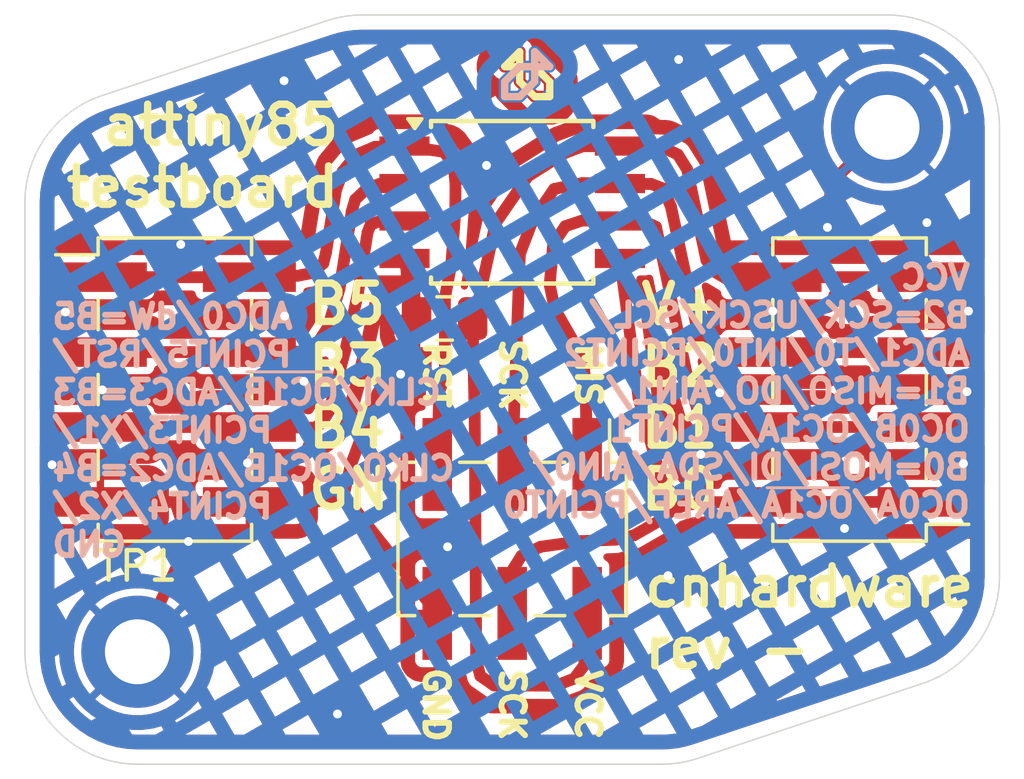
<source format=kicad_pcb>
(kicad_pcb (version 20240108) (generator "pcbnew") (generator_version "8.0")
  (layers (0 "F.Cu" signal) (31 "B.Cu" signal) (34 "B.Paste" user) (35 "F.Paste" user) (36 "B.SilkS" user "B.Silkscreen") (37 "F.SilkS" user "F.Silkscreen") (38 "B.Mask" user) (39 "F.Mask" user) (44 "Edge.Cuts" user))
  (net 0 "")
  (net 1 "VCC")
  (net 2 "GND")
  (net 3 "RST")
  (net 4 "PB4")
  (net 5 "PB3")
  (net 6 "MOSI")
  (net 7 "MISO")
  (net 8 "PB2")
  (footprint "Connector_PinHeader_2.54mm:PinHeader_2x04_P2.54mm_Vertical_SMD" (layer "F.Cu") (at 50.8 58.42)
    (property "Reference" "J1" (hide yes))
    (property "Value" "CB")
    (fp_line (start -4.04 -4.57) (end -2.6 -4.57) (stroke (width 0.12)) (layer "F.SilkS"))
    (fp_line (start -2.6 -5.14) (end -2.6 -4.57) (stroke (width 0.12)) (layer "F.SilkS"))
    (fp_line (start -2.6 -5.14) (end 2.6 -5.14) (stroke (width 0.12)) (layer "F.SilkS"))
    (fp_line (start -2.6 -3.05) (end -2.6 -2.03) (stroke (width 0.12)) (layer "F.SilkS"))
    (fp_line (start -2.6 -0.51) (end -2.6 0.51) (stroke (width 0.12)) (layer "F.SilkS"))
    (fp_line (start -2.6 2.03) (end -2.6 3.05) (stroke (width 0.12)) (layer "F.SilkS"))
    (fp_line (start -2.6 4.57) (end -2.6 5.14) (stroke (width 0.12)) (layer "F.SilkS"))
    (fp_line (start -2.6 5.14) (end 2.6 5.14) (stroke (width 0.12)) (layer "F.SilkS"))
    (fp_line (start 2.6 -5.14) (end 2.6 -4.57) (stroke (width 0.12)) (layer "F.SilkS"))
    (fp_line (start 2.6 -3.05) (end 2.6 -2.03) (stroke (width 0.12)) (layer "F.SilkS"))
    (fp_line (start 2.6 -0.51) (end 2.6 0.51) (stroke (width 0.12)) (layer "F.SilkS"))
    (fp_line (start 2.6 2.03) (end 2.6 3.05) (stroke (width 0.12)) (layer "F.SilkS"))
    (fp_line (start 2.6 4.57) (end 2.6 5.14) (stroke (width 0.12)) (layer "F.SilkS"))
    (pad "1" smd rect (at -2.525 -3.81) (size 3.15 1) (layers "F.Cu" "F.Paste" "F.Mask") (net 3 "RST"))
    (pad "2" smd rect (at 2.525 -3.81) (size 3.15 1) (layers "F.Cu" "F.Paste" "F.Mask") (net 3 "RST"))
    (pad "3" smd rect (at -2.525 -1.27) (size 3.15 1) (layers "F.Cu" "F.Paste" "F.Mask") (net 5 "PB3"))
    (pad "4" smd rect (at 2.525 -1.27) (size 3.15 1) (layers "F.Cu" "F.Paste" "F.Mask") (net 5 "PB3"))
    (pad "5" smd rect (at -2.525 1.27) (size 3.15 1) (layers "F.Cu" "F.Paste" "F.Mask") (net 4 "PB4"))
    (pad "6" smd rect (at 2.525 1.27) (size 3.15 1) (layers "F.Cu" "F.Paste" "F.Mask") (net 4 "PB4"))
    (pad "7" smd rect (at -2.525 3.81) (size 3.15 1) (layers "F.Cu" "F.Paste" "F.Mask") (net 2 "GND"))
    (pad "8" smd rect (at 2.525 3.81) (size 3.15 1) (layers "F.Cu" "F.Paste" "F.Mask") (net 2 "GND"))
  )
  (footprint "MountingHole:MountingHole_2.2mm_M2_DIN965_Pad" (layer "F.Cu") (at 74.93 49.53)
    (property "Reference" "TP2" (hide yes))
    (property "Value" "TestPoint")
    (pad "1" thru_hole circle (at 0 0) (size 3.8 3.8) (drill 2.2) (layers "*.Cu" "*.Mask") (net 2 "GND"))
  )
  (footprint "MountingHole:MountingHole_2.2mm_M2_DIN965_Pad" (layer "F.Cu") (at 49.53 67.31)
    (property "Reference" "TP1" (at 0 -2.9 0) (layer "F.SilkS"))
    (property "Value" "TestPoint")
    (pad "1" thru_hole circle (at 0 0) (size 3.8 3.8) (drill 2.2) (layers "*.Cu" "*.Mask") (net 2 "GND"))
  )
  (footprint "Connector_PinHeader_2.54mm:PinHeader_2x04_P2.54mm_Vertical_SMD" (layer "F.Cu") (at 73.66 58.42 180)
    (property "Reference" "J3" (hide yes))
    (property "Value" "CB")
    (fp_line (start 2.6 4.57) (end 2.6 5.14) (stroke (width 0.12)) (layer "F.SilkS"))
    (fp_line (start 2.6 2.03) (end 2.6 3.05) (stroke (width 0.12)) (layer "F.SilkS"))
    (fp_line (start 2.6 -0.51) (end 2.6 0.51) (stroke (width 0.12)) (layer "F.SilkS"))
    (fp_line (start 2.6 -3.05) (end 2.6 -2.03) (stroke (width 0.12)) (layer "F.SilkS"))
    (fp_line (start 2.6 -5.14) (end 2.6 -4.57) (stroke (width 0.12)) (layer "F.SilkS"))
    (fp_line (start -2.6 5.14) (end 2.6 5.14) (stroke (width 0.12)) (layer "F.SilkS"))
    (fp_line (start -2.6 4.57) (end -2.6 5.14) (stroke (width 0.12)) (layer "F.SilkS"))
    (fp_line (start -2.6 2.03) (end -2.6 3.05) (stroke (width 0.12)) (layer "F.SilkS"))
    (fp_line (start -2.6 -0.51) (end -2.6 0.51) (stroke (width 0.12)) (layer "F.SilkS"))
    (fp_line (start -2.6 -3.05) (end -2.6 -2.03) (stroke (width 0.12)) (layer "F.SilkS"))
    (fp_line (start -2.6 -5.14) (end 2.6 -5.14) (stroke (width 0.12)) (layer "F.SilkS"))
    (fp_line (start -2.6 -5.14) (end -2.6 -4.57) (stroke (width 0.12)) (layer "F.SilkS"))
    (fp_line (start -4.04 -4.57) (end -2.6 -4.57) (stroke (width 0.12)) (layer "F.SilkS"))
    (pad "1" smd rect (at -2.525 -3.81 180) (size 3.15 1) (layers "F.Cu" "F.Paste" "F.Mask") (net 6 "MOSI"))
    (pad "2" smd rect (at 2.525 -3.81 180) (size 3.15 1) (layers "F.Cu" "F.Paste" "F.Mask") (net 6 "MOSI"))
    (pad "3" smd rect (at -2.525 -1.27 180) (size 3.15 1) (layers "F.Cu" "F.Paste" "F.Mask") (net 7 "MISO"))
    (pad "4" smd rect (at 2.525 -1.27 180) (size 3.15 1) (layers "F.Cu" "F.Paste" "F.Mask") (net 7 "MISO"))
    (pad "5" smd rect (at -2.525 1.27 180) (size 3.15 1) (layers "F.Cu" "F.Paste" "F.Mask") (net 8 "PB2"))
    (pad "6" smd rect (at 2.525 1.27 180) (size 3.15 1) (layers "F.Cu" "F.Paste" "F.Mask") (net 8 "PB2"))
    (pad "7" smd rect (at -2.525 3.81 180) (size 3.15 1) (layers "F.Cu" "F.Paste" "F.Mask") (net 1 "VCC"))
    (pad "8" smd rect (at 2.525 3.81 180) (size 3.15 1) (layers "F.Cu" "F.Paste" "F.Mask") (net 1 "VCC"))
  )
  (footprint "Package_SO:SOIC-8W_5.3x5.3mm_P1.27mm" (layer "F.Cu") (at 62.23 52.07)
    (property "Reference" "U1" (hide yes))
    (property "Value" "ATtiny85-20S")
    (fp_line (start -2.75 -2.755) (end -2.75 -2.55) (stroke (width 0.15)) (layer "F.SilkS"))
    (fp_line (start -2.75 -2.755) (end 2.75 -2.755) (stroke (width 0.15)) (layer "F.SilkS"))
    (fp_line (start -2.75 2.755) (end -2.75 2.55) (stroke (width 0.15)) (layer "F.SilkS"))
    (fp_line (start -2.75 2.755) (end 2.75 2.755) (stroke (width 0.15)) (layer "F.SilkS"))
    (fp_line (start 2.75 -2.755) (end 2.75 -2.55) (stroke (width 0.15)) (layer "F.SilkS"))
    (fp_line (start 2.75 2.755) (end 2.75 2.55) (stroke (width 0.15)) (layer "F.SilkS"))
    (fp_poly (pts (xy -3.3 -2.5) (xy -3.54 -2.83) (xy -3.06 -2.83) (xy -3.3 -2.5)) (stroke (width 0.12)) (fill solid) (layer "F.SilkS"))
    (pad "1" smd rect (at -3.65 -1.905) (size 1.7 0.65) (layers "F.Cu" "F.Paste" "F.Mask") (net 3 "RST"))
    (pad "2" smd rect (at -3.65 -0.635) (size 1.7 0.65) (layers "F.Cu" "F.Paste" "F.Mask") (net 5 "PB3"))
    (pad "3" smd rect (at -3.65 0.635) (size 1.7 0.65) (layers "F.Cu" "F.Paste" "F.Mask") (net 4 "PB4"))
    (pad "4" smd rect (at -3.65 1.905) (size 1.7 0.65) (layers "F.Cu" "F.Paste" "F.Mask") (net 2 "GND"))
    (pad "5" smd rect (at 3.65 1.905) (size 1.7 0.65) (layers "F.Cu" "F.Paste" "F.Mask") (net 6 "MOSI"))
    (pad "6" smd rect (at 3.65 0.635) (size 1.7 0.65) (layers "F.Cu" "F.Paste" "F.Mask") (net 7 "MISO"))
    (pad "7" smd rect (at 3.65 -0.635) (size 1.7 0.65) (layers "F.Cu" "F.Paste" "F.Mask") (net 8 "PB2"))
    (pad "8" smd rect (at 3.65 -1.905) (size 1.7 0.65) (layers "F.Cu" "F.Paste" "F.Mask") (net 1 "VCC"))
  )
  (footprint "Connector_PinHeader_2.54mm:PinHeader_2x03_P2.54mm_Vertical_SMD" (layer "F.Cu") (at 62.23 63.485 -90)
    (property "Reference" "J2" (hide yes))
    (property "Value" "ISP")
    (fp_line (start -2.6 3.87) (end 2.6 3.87) (stroke (width 0.12)) (layer "F.SilkS"))
    (fp_line (start -2.6 3.3) (end -2.6 3.87) (stroke (width 0.12)) (layer "F.SilkS"))
    (fp_line (start 2.6 3.3) (end 2.6 3.87) (stroke (width 0.12)) (layer "F.SilkS"))
    (fp_line (start -2.6 0.76) (end -2.6 1.78) (stroke (width 0.12)) (layer "F.SilkS"))
    (fp_line (start 2.6 0.76) (end 2.6 1.78) (stroke (width 0.12)) (layer "F.SilkS"))
    (fp_line (start -2.6 -1.78) (end -2.6 -0.76) (stroke (width 0.12)) (layer "F.SilkS"))
    (fp_line (start 2.6 -1.78) (end 2.6 -0.76) (stroke (width 0.12)) (layer "F.SilkS"))
    (fp_line (start -4.04 -3.3) (end -2.6 -3.3) (stroke (width 0.12)) (layer "F.SilkS"))
    (fp_line (start -2.6 -3.87) (end -2.6 -3.3) (stroke (width 0.12)) (layer "F.SilkS"))
    (fp_line (start -2.6 -3.87) (end 2.6 -3.87) (stroke (width 0.12)) (layer "F.SilkS"))
    (fp_line (start 2.6 -3.87) (end 2.6 -3.3) (stroke (width 0.12)) (layer "F.SilkS"))
    (pad "1" smd rect (at -2.525 -2.54 270) (size 3.15 1) (layers "F.Cu" "F.Paste" "F.Mask") (net 7 "MISO"))
    (pad "2" smd rect (at 2.525 -2.54 270) (size 3.15 1) (layers "F.Cu" "F.Paste" "F.Mask") (net 1 "VCC"))
    (pad "3" smd rect (at -2.525 0 270) (size 3.15 1) (layers "F.Cu" "F.Paste" "F.Mask") (net 8 "PB2"))
    (pad "4" smd rect (at 2.525 0 270) (size 3.15 1) (layers "F.Cu" "F.Paste" "F.Mask") (net 6 "MOSI"))
    (pad "5" smd rect (at -2.525 2.54 270) (size 3.15 1) (layers "F.Cu" "F.Paste" "F.Mask") (net 3 "RST"))
    (pad "6" smd rect (at 2.525 2.54 270) (size 3.15 1) (layers "F.Cu" "F.Paste" "F.Mask") (net 2 "GND"))
  )
  (footprint "Capacitor_SMD:C_0805_2012Metric" (layer "F.Cu") (at 59.94 56.01 180)
    (property "Reference" "C1" (hide yes))
    (property "Value" "1uF")
    (fp_line (start -0.261252 0.735) (end 0.261252 0.735) (stroke (width 0.12)) (layer "F.SilkS"))
    (fp_line (start -0.261252 -0.735) (end 0.261252 -0.735) (stroke (width 0.12)) (layer "F.SilkS"))
    (pad "1" smd roundrect (at -0.95 0 180) (size 1 1.45) (layers "F.Cu" "F.Paste" "F.Mask") (net 1 "VCC"))
    (pad "2" smd roundrect (at 0.95 0 180) (size 1 1.45) (layers "F.Cu" "F.Paste" "F.Mask") (net 2 "GND"))
  )
  (gr_line (start 61.976 47.9806) (end 62.484 47.4726) (stroke (width 0.25)) (layer "B.SilkS"))
  (gr_line (start 70.87 61.75) (end 73.62 61.75) (stroke (width 0.1)) (layer "B.SilkS"))
  (gr_line (start 63.5 47.4726) (end 62.992 46.9646) (stroke (width 0.25)) (layer "B.SilkS"))
  (gr_line (start 62.484 48.4886) (end 61.976 48.4886) (stroke (width 0.25)) (layer "B.SilkS"))
  (gr_line (start 62.484 47.4726) (end 63.5 47.4726) (stroke (width 0.25)) (layer "B.SilkS"))
  (gr_line (start 61.976 48.4886) (end 61.976 47.9806) (stroke (width 0.25)) (layer "B.SilkS"))
  (gr_line (start 62.992 47.9806) (end 62.484 48.4886) (stroke (width 0.25)) (layer "B.SilkS"))
  (gr_line (start 53.24 57.82) (end 56.13 57.82) (stroke (width 0.1)) (layer "B.SilkS"))
  (gr_line (start 62.992 46.9646) (end 62.992 47.9806) (stroke (width 0.25)) (layer "B.SilkS"))
  (gr_line (start 63.5 48.4886) (end 63.5 47.9806) (stroke (width 0.25)) (layer "F.SilkS"))
  (gr_line (start 63.5 47.9806) (end 62.992 47.4726) (stroke (width 0.25)) (layer "F.SilkS"))
  (gr_line (start 62.484 47.9806) (end 62.992 48.4886) (stroke (width 0.25)) (layer "F.SilkS"))
  (gr_line (start 62.992 47.4726) (end 61.976 47.4726) (stroke (width 0.25)) (layer "F.SilkS"))
  (gr_line (start 62.992 48.4886) (end 63.5 48.4886) (stroke (width 0.25)) (layer "F.SilkS"))
  (gr_line (start 61.976 47.4726) (end 62.484 46.9646) (stroke (width 0.25)) (layer "F.SilkS"))
  (gr_line (start 62.484 46.9646) (end 62.484 47.9806) (stroke (width 0.25)) (layer "F.SilkS"))
  (gr_line (start 48.325172 48.455517) (end 55.945172 45.915517) (stroke (width 0.05)) (layer "Edge.Cuts"))
  (gr_line (start 78.74 64.77) (end 78.74 49.53) (stroke (width 0.05)) (layer "Edge.Cuts"))
  (gr_arc (start 49.53 71.12) (mid 46.835923 70.004077) (end 45.72 67.31) (stroke (width 0.05)) (layer "Edge.Cuts"))
  (gr_line (start 45.72 52.07) (end 45.72 67.31) (stroke (width 0.05)) (layer "Edge.Cuts"))
  (gr_arc (start 78.74 64.77) (mid 78.020833 66.997746) (end 76.134828 68.384483) (stroke (width 0.05)) (layer "Edge.Cuts"))
  (gr_arc (start 45.72 52.07) (mid 46.439167 49.842254) (end 48.325172 48.455517) (stroke (width 0.05)) (layer "Edge.Cuts"))
  (gr_line (start 76.134828 68.384483) (end 68.514828 70.924483) (stroke (width 0.05)) (layer "Edge.Cuts"))
  (gr_arc (start 74.93 45.72) (mid 77.624077 46.835923) (end 78.74 49.53) (stroke (width 0.05)) (layer "Edge.Cuts"))
  (gr_arc (start 68.514828 70.924483) (mid 67.920294 71.070803) (end 67.31 71.12) (stroke (width 0.05)) (layer "Edge.Cuts"))
  (gr_line (start 67.31 71.12) (end 49.53 71.12) (stroke (width 0.05)) (layer "Edge.Cuts"))
  (gr_arc (start 55.945172 45.915517) (mid 56.539706 45.769197) (end 57.15 45.72) (stroke (width 0.05)) (layer "Edge.Cuts"))
  (gr_line (start 74.93 45.72) (end 57.15 45.72) (stroke (width 0.05)) (layer "Edge.Cuts"))
  (gr_text "VCC\nB2=SCK/USCK/SCL/\nADC1/T0/INT0/PCINT2\nB1=MISO/DO/AIN1/\nOC0B/OC1A/PCINT1\nB0=MOSI/DI/SDA/AIN0/\nOC0A/OC1A/AREF/PCINT0" (at 77.84 62.81 0) (layer "B.SilkS") (effects (font (size 0.8 0.8) (thickness 0.2) (bold yes)) (justify left bottom mirror)))
  (gr_text "ADC0/dW=B5\nPCINT5/RST/\nCLKI/OC1B/ADC3=B3\nPCINT3/X1/\nCLKO/OC1B/ADC2=B4\nPCINT4/X2/\nGND" (at 46.55 64.14 0) (layer "B.SilkS") (effects (font (size 0.8 0.8) (thickness 0.2) (bold yes)) (justify right bottom mirror)))
  (gr_text "cnhardware\nrev -" (at 66.59 67.96 0) (layer "F.SilkS") (effects (font (size 1.3 1.3) (thickness 0.25) (bold yes)) (justify left bottom)))
  (gr_text "attiny85\ntestboard" (at 56.48 52.31 0) (layer "F.SilkS") (effects (font (size 1.3 1.3) (thickness 0.25) (bold yes)) (justify right bottom)))
  (gr_text "V+\nB2\nB1\nB0" (at 66.47 62.57 0) (layer "F.SilkS") (effects (font (size 1.3 1.3) (thickness 0.25) (bold yes)) (justify left bottom)))
  (gr_text "MIS\n\nSCK\n\nRST" (at 59.19 57.92 270) (layer "F.SilkS") (effects (font (size 0.8 0.8) (thickness 0.2) (bold yes)) (justify bottom)))
  (gr_text "B5\nB3\nB4\nGN" (at 55.2 62.56 0) (layer "F.SilkS") (effects (font (size 1.3 1.3) (thickness 0.25) (bold yes)) (justify left bottom)))
  (gr_text "VCC\n\nSCK\n\nGND" (at 59.18 69.11 270) (layer "F.SilkS") (effects (font (size 0.8 0.8) (thickness 0.2) (bold yes)) (justify bottom)))
  (segment (start 61.976 47.4726) (end 62.484 46.9646) (width 0.4) (layer "F.Cu") (net 0))
  (segment (start 63.5 48.4886) (end 62.992 48.4886) (width 0.4) (layer "F.Cu") (net 0))
  (segment (start 62.484 46.9646) (end 62.484 47.9806) (width 0.4) (layer "F.Cu") (net 0))
  (segment (start 63.5 48.4886) (end 63.5 47.9806) (width 0.4) (layer "F.Cu") (net 0))
  (segment (start 63.5 47.9806) (end 62.992 47.4726) (width 0.4) (layer "F.Cu") (net 0))
  (segment (start 62.992 47.4726) (end 61.976 47.4726) (width 0.4) (layer "F.Cu") (net 0))
  (segment (start 62.484 47.9806) (end 62.992 48.4886) (width 0.4) (layer "F.Cu") (net 0))
  (segment (start 61.976 48.4886) (end 61.976 47.9806) (width 0.4) (layer "B.Cu") (net 0))
  (segment (start 63.5 47.4726) (end 62.992 46.9646) (width 0.4) (layer "B.Cu") (net 0))
  (segment (start 61.976 48.4886) (end 62.484 48.4886) (width 0.4) (layer "B.Cu") (net 0))
  (segment (start 62.992 47.9806) (end 62.484 48.4886) (width 0.4) (layer "B.Cu") (net 0))
  (segment (start 62.484 47.4726) (end 63.5 47.4726) (width 0.4) (layer "B.Cu") (net 0))
  (segment (start 61.976 47.9806) (end 62.484 47.4726) (width 0.4) (layer "B.Cu") (net 0))
  (segment (start 62.992 46.9646) (end 62.992 47.9806) (width 0.4) (layer "B.Cu") (net 0))
  (segment (start 76.185 54.61) (end 71.135 54.61) (width 0.4) (layer "F.Cu") (net 1))
  (segment (start 64.62 50.17) (end 64.01 50.4) (width 0.4) (layer "F.Cu") (net 1))
  (segment (start 60.96 59.33) (end 61.01 67.61) (width 0.4) (layer "F.Cu") (net 1))
  (segment (start 68.81 54.03) (end 69.04 54.4) (width 0.4) (layer "F.Cu") (net 1))
  (segment (start 67.84 50.45) (end 68.16 50.96) (width 0.4) (layer "F.Cu") (net 1))
  (segment (start 64.67 67.77) (end 64.77 66.01) (width 0.4) (layer "F.Cu") (net 1))
  (segment (start 63.7 68.46) (end 64.33 68.22) (width 0.4) (layer "F.Cu") (net 1))
  (segment (start 61.01 67.61) (end 61.15 68.13) (width 0.4) (layer "F.Cu") (net 1))
  (segment (start 61.15 68.13) (end 61.61 68.45) (width 0.4) (layer "F.Cu") (net 1))
  (segment (start 68.16 50.96) (end 68.81 54.03) (width 0.4) (layer "F.Cu") (net 1))
  (segment (start 69.04 54.4) (end 69.45 54.64) (width 0.4) (layer "F.Cu") (net 1))
  (segment (start 67.38 50.23) (end 67.84 50.45) (width 0.4) (layer "F.Cu") (net 1))
  (segment (start 65.88 50.165) (end 64.62 50.17) (width 0.4) (layer "F.Cu") (net 1))
  (segment (start 64.01 50.4) (end 62.76 51.19) (width 0.4) (layer "F.Cu") (net 1))
  (segment (start 60.92 57.48) (end 60.96 59.33) (width 0.4) (layer "F.Cu") (net 1))
  (segment (start 64.33 68.22) (end 64.67 67.77) (width 0.4) (layer "F.Cu") (net 1))
  (segment (start 69.45 54.64) (end 71.135 54.61) (width 0.4) (layer "F.Cu") (net 1))
  (segment (start 62.76 51.19) (end 61.67 52.77) (width 0.4) (layer "F.Cu") (net 1))
  (segment (start 60.89 56.31) (end 60.92 57.48) (width 0.4) (layer "F.Cu") (net 1))
  (segment (start 65.88 50.165) (end 67.38 50.23) (width 0.4) (layer "F.Cu") (net 1))
  (segment (start 61.61 68.45) (end 63.7 68.46) (width 0.4) (layer "F.Cu") (net 1))
  (segment (start 61.67 52.77) (end 60.89 56.31) (width 0.4) (layer "F.Cu") (net 1))
  (segment (start 49.53 67.31) (end 51.26 63.57) (width 0.4) (layer "F.Cu") (net 2))
  (segment (start 73.04 51.41) (end 74.93 49.53) (width 0.4) (layer "F.Cu") (net 2))
  (segment (start 56.52 62) (end 55.52 62.24) (width 0.4) (layer "F.Cu") (net 2))
  (segment (start 55.52 62.24) (end 53.325 62.23) (width 0.4) (layer "F.Cu") (net 2))
  (segment (start 57.66 58.56) (end 56.76 60.99) (width 0.4) (layer "F.Cu") (net 2))
  (segment (start 50.81 62.23) (end 53.325 62.23) (width 0.4) (layer "F.Cu") (net 2))
  (segment (start 51.26 63.57) (end 50.81 62.23) (width 0.4) (layer "F.Cu") (net 2))
  (segment (start 56.52 62) (end 59.69 66.01) (width 0.4) (layer "F.Cu") (net 2))
  (segment (start 56.76 60.99) (end 56.52 62) (width 0.4) (layer "F.Cu") (net 2))
  (segment (start 58.99 56.31) (end 58.58 53.975) (width 0.4) (layer "F.Cu") (net 2))
  (segment (start 48.275 62.23) (end 50.81 62.23) (width 0.4) (layer "F.Cu") (net 2))
  (segment (start 57.66 58.56) (end 58.99 56.31) (width 0.4) (layer "F.Cu") (net 2))
  (segment (start 72.91 52.92) (end 73.04 51.41) (width 0.4) (layer "F.Cu") (net 2))
  (via (at 51 53.5) (size 0.6) (drill 0.3) (layers "F.Cu" "B.Cu") (net 2))
  (via (at 47.09 55.79) (size 0.6) (drill 0.3) (layers "F.Cu" "B.Cu") (net 2))
  (via (at 76.28 52.76) (size 0.6) (drill 0.3) (layers "F.Cu" "B.Cu") (net 2))
  (via (at 77.64 58.49) (size 0.6) (drill 0.3) (layers "F.Cu" "B.Cu") (net 2))
  (via (at 73.49 63.13) (size 0.6) (drill 0.3) (layers "F.Cu" "B.Cu") (net 2))
  (via (at 67.51 64.73) (size 0.6) (drill 0.3) (layers "F.Cu" "B.Cu") (net 2))
  (via (at 71.06 55.76) (size 0.6) (drill 0.3) (layers "F.Cu" "B.Cu") (net 2))
  (via (at 68.62 60.62) (size 0.6) (drill 0.3) (layers "F.Cu" "B.Cu") (net 2))
  (via (at 67.87 47.23) (size 0.6) (drill 0.3) (layers "F.Cu" "B.Cu") (net 2))
  (via (at 53.26 60.91) (size 0.6) (drill 0.3) (layers "F.Cu" "B.Cu") (net 2))
  (via (at 56.31 69.42) (size 0.6) (drill 0.3) (layers "F.Cu" "B.Cu") (net 2))
  (via (at 72.91 52.92) (size 0.6) (drill 0.3) (layers "F.Cu" "B.Cu") (net 2))
  (via (at 77.69 55.76) (size 0.6) (drill 0.3) (layers "F.Cu" "B.Cu") (net 2))
  (via (at 77.52 60.93) (size 0.6) (drill 0.3) (layers "F.Cu" "B.Cu") (net 2))
  (via (at 69.26 58.53) (size 0.6) (drill 0.3) (layers "F.Cu" "B.Cu") (net 2))
  (via (at 60.04 63.75) (size 0.6) (drill 0.3) (layers "F.Cu" "B.Cu") (net 2))
  (via (at 55.17 58.14) (size 0.6) (drill 0.3) (layers "F.Cu" "B.Cu") (net 2))
  (via (at 46.64 60.97) (size 0.6) (drill 0.3) (layers "F.Cu" "B.Cu") (net 2))
  (via (at 58.45 57.9) (size 0.6) (drill 0.3) (layers "F.Cu" "B.Cu") (net 2))
  (via (at 61.36 50.82) (size 0.6) (drill 0.3) (layers "F.Cu" "B.Cu") (net 2))
  (via (at 51.26 63.57) (size 0.6) (drill 0.3) (layers "F.Cu" "B.Cu") (net 2))
  (via (at 48.34 58.43) (size 0.6) (drill 0.3) (layers "F.Cu" "B.Cu") (net 2))
  (via (at 54.5 47.95) (size 0.6) (drill 0.3) (layers "F.Cu" "B.Cu") (net 2))
  (via (at 54.52 55.93) (size 0.6) (drill 0.3) (layers "F.Cu" "B.Cu") (net 2))
  (segment (start 52.5 65.5) (end 69.37 55.86) (width 0.4) (layer "B.Cu") (net 2))
  (segment (start 73.5 53.5) (end 72.91 52.92) (width 0.4) (layer "B.Cu") (net 2))
  (segment (start 49.53 67.31) (end 52.5 65.5) (width 0.4) (layer "B.Cu") (net 2))
  (segment (start 69.37 55.86) (end 73.5 53.5) (width 0.4) (layer "B.Cu") (net 2))
  (segment (start 59.92 50.36) (end 58.58 50.165) (width 0.4) (layer "F.Cu") (net 3))
  (segment (start 55.44 54.47) (end 55.83 54.14) (width 0.4) (layer "F.Cu") (net 3))
  (segment (start 60.31 51.47) (end 60.25 50.82) (width 0.4) (layer "F.Cu") (net 3))
  (segment (start 59.69 60.96) (end 59.76 58.48) (width 0.4) (layer "F.Cu") (net 3))
  (segment (start 59.76 58.48) (end 59.95 57.96) (width 0.4) (layer "F.Cu") (net 3))
  (segment (start 60.17 54.14) (end 60.3 52.42) (width 0.4) (layer "F.Cu") (net 3))
  (segment (start 59.95 57.96) (end 59.95 55.31) (width 0.4) (layer "F.Cu") (net 3))
  (segment (start 48.275 54.61) (end 53.325 54.61) (width 0.4) (layer "F.Cu") (net 3))
  (segment (start 57.58 50.19) (end 58.58 50.165) (width 0.4) (layer "F.Cu") (net 3))
  (segment (start 55.83 54.14) (end 55.92 53.78) (width 0.4) (layer "F.Cu") (net 3))
  (segment (start 56.26 51.66) (end 56.49 51.02) (width 0.4) (layer "F.Cu") (net 3))
  (segment (start 60.3 52.42) (end 60.31 51.47) (width 0.4) (layer "F.Cu") (net 3))
  (segment (start 60.25 50.82) (end 59.92 50.36) (width 0.4) (layer "F.Cu") (net 3))
  (segment (start 56.49 51.02) (end 56.96 50.45) (width 0.4) (layer "F.Cu") (net 3))
  (segment (start 53.325 54.61) (end 54.97 54.56) (width 0.4) (layer "F.Cu") (net 3))
  (segment (start 54.97 54.56) (end 55.44 54.47) (width 0.4) (layer "F.Cu") (net 3))
  (segment (start 55.92 53.78) (end 56.26 51.66) (width 0.4) (layer "F.Cu") (net 3))
  (segment (start 56.96 50.45) (end 57.58 50.19) (width 0.4) (layer "F.Cu") (net 3))
  (segment (start 59.95 55.31) (end 60.17 54.14) (width 0.4) (layer "F.Cu") (net 3))
  (segment (start 53.325 59.69) (end 48.275 59.69) (width 0.4) (layer "F.Cu") (net 4))
  (segment (start 56.02 59.16) (end 55.77 59.56) (width 0.4) (layer "F.Cu") (net 4))
  (segment (start 57.003602 55.154196) (end 56.58 57.07) (width 0.4) (layer "F.Cu") (net 4))
  (segment (start 55.77 59.56) (end 55.55 59.71) (width 0.4) (layer "F.Cu") (net 4))
  (segment (start 57.43 52.83) (end 57.326616 53.103644) (width 0.4) (layer "F.Cu") (net 4))
  (segment (start 57.74 52.71) (end 57.43 52.83) (width 0.4) (layer "F.Cu") (net 4))
  (segment (start 56.58 57.07) (end 56.02 59.16) (width 0.4) (layer "F.Cu") (net 4))
  (segment (start 55.55 59.71) (end 53.325 59.69) (width 0.4) (layer "F.Cu") (net 4))
  (segment (start 57.326616 53.103644) (end 57.003602 55.154196) (width 0.4) (layer "F.Cu") (net 4))
  (segment (start 58.58 52.705) (end 57.74 52.71) (width 0.4) (layer "F.Cu") (net 4))
  (segment (start 56.7932 52.376928) (end 56.38 55) (width 0.4) (layer "F.Cu") (net 5))
  (segment (start 57.32 51.59) (end 56.91 51.98) (width 0.4) (layer "F.Cu") (net 5))
  (segment (start 55.58 56.93) (end 55.22 57.13) (width 0.4) (layer "F.Cu") (net 5))
  (segment (start 55.22 57.13) (end 53.325 57.15) (width 0.4) (layer "F.Cu") (net 5))
  (segment (start 55.98 56.32) (end 55.58 56.93) (width 0.4) (layer "F.Cu") (net 5))
  (segment (start 56.38 55) (end 55.98 56.32) (width 0.4) (layer "F.Cu") (net 5))
  (segment (start 48.275 57.15) (end 53.325 57.15) (width 0.4) (layer "F.Cu") (net 5))
  (segment (start 56.91 51.98) (end 56.7932 52.376928) (width 0.4) (layer "F.Cu") (net 5))
  (segment (start 57.73 51.45) (end 57.32 51.59) (width 0.4) (layer "F.Cu") (net 5))
  (segment (start 58.58 51.435) (end 57.73 51.45) (width 0.4) (layer "F.Cu") (net 5))
  (segment (start 64.55 63.56) (end 65.74 63.51) (width 0.4) (layer "F.Cu") (net 6))
  (segment (start 63.19 63.75) (end 64.55 63.56) (width 0.4) (layer "F.Cu") (net 6))
  (segment (start 66.36 63.36) (end 67.18 62.89) (width 0.4) (layer "F.Cu") (net 6))
  (segment (start 67.18 62.89) (end 67.7 62.48) (width 0.4) (layer "F.Cu") (net 6))
  (segment (start 68.16 62.32) (end 67.71 62.04) (width 0.4) (layer "F.Cu") (net 6))
  (segment (start 65.74 63.51) (end 66.36 63.36) (width 0.4) (layer "F.Cu") (net 6))
  (segment (start 62.23 66.01) (end 62.28 64.48) (width 0.4) (layer "F.Cu") (net 6))
  (segment (start 68.16 62.32) (end 69.07 62.24) (width 0.4) (layer "F.Cu") (net 6))
  (segment (start 67.71 62.04) (end 67.28 61.48) (width 0.4) (layer "F.Cu") (net 6))
  (segment (start 71.135 62.23) (end 76.185 62.23) (width 0.4) (layer "F.Cu") (net 6))
  (segment (start 66.51 58.7) (end 65.88 53.975) (width 0.4) (layer "F.Cu") (net 6))
  (segment (start 69.07 62.24) (end 71.135 62.23) (width 0.4) (layer "F.Cu") (net 6))
  (segment (start 62.28 64.48) (end 62.54 64.06) (width 0.4) (layer "F.Cu") (net 6))
  (segment (start 62.54 64.06) (end 63.19 63.75) (width 0.4) (layer "F.Cu") (net 6))
  (segment (start 67.28 61.48) (end 66.51 58.7) (width 0.4) (layer "F.Cu") (net 6))
  (segment (start 67.7 62.48) (end 68.16 62.32) (width 0.4) (layer "F.Cu") (net 6))
  (segment (start 69.31 59.72) (end 71.135 59.69) (width 0.4) (layer "F.Cu") (net 7))
  (segment (start 68.13 57.84) (end 68.5 59.08) (width 0.4) (layer "F.Cu") (net 7))
  (segment (start 64.03 52.88) (end 63.62 53.48) (width 0.4) (layer "F.Cu") (net 7))
  (segment (start 68.89 59.55) (end 69.31 59.72) (width 0.4) (layer "F.Cu") (net 7))
  (segment (start 67.319081 53.918033) (end 68.13 57.84) (width 0.4) (layer "F.Cu") (net 7))
  (segment (start 65.88 52.705) (end 64.6 52.69) (width 0.4) (layer "F.Cu") (net 7))
  (segment (start 76.185 59.69) (end 71.135 59.69) (width 0.4) (layer "F.Cu") (net 7))
  (segment (start 64.6 52.69) (end 64.03 52.88) (width 0.4) (layer "F.Cu") (net 7))
  (segment (start 65.88 52.705) (end 66.67 52.7) (width 0.4) (layer "F.Cu") (net 7))
  (segment (start 66.67 52.7) (end 67.101926 52.90387) (width 0.4) (layer "F.Cu") (net 7))
  (segment (start 63.67 55.68) (end 64.23 56.66) (width 0.4) (layer "F.Cu") (net 7))
  (segment (start 63.5 54.87) (end 63.67 55.68) (width 0.4) (layer "F.Cu") (net 7))
  (segment (start 63.62 53.48) (end 63.5 54.87) (width 0.4) (layer "F.Cu") (net 7))
  (segment (start 67.101926 52.90387) (end 67.319081 53.918033) (width 0.4) (layer "F.Cu") (net 7))
  (segment (start 64.66 57.59) (end 64.72 58.55) (width 0.4) (layer "F.Cu") (net 7))
  (segment (start 64.23 56.66) (end 64.66 57.59) (width 0.4) (layer "F.Cu") (net 7))
  (segment (start 64.72 58.55) (end 64.77 60.96) (width 0.4) (layer "F.Cu") (net 7))
  (segment (start 68.5 59.08) (end 68.89 59.55) (width 0.4) (layer "F.Cu") (net 7))
  (segment (start 67.36 51.61) (end 67.61 52.22) (width 0.4) (layer "F.Cu") (net 8))
  (segment (start 67.61 52.22) (end 68.55 56.61) (width 0.4) (layer "F.Cu") (net 8))
  (segment (start 68.55 56.61) (end 68.82 56.9) (width 0.4) (layer "F.Cu") (net 8))
  (segment (start 62.93 52.67) (end 63.65 51.62) (width 0.4) (layer "F.Cu") (net 8))
  (segment (start 69.24 57.12) (end 71.135 57.15) (width 0.4) (layer "F.Cu") (net 8))
  (segment (start 63.65 51.62) (end 64.6 51.42) (width 0.4) (layer "F.Cu") (net 8))
  (segment (start 66.94 51.45) (end 67.36 51.61) (width 0.4) (layer "F.Cu") (net 8))
  (segment (start 62.23 60.96) (end 62.49 53.82) (width 0.4) (layer "F.Cu") (net 8))
  (segment (start 71.135 57.15) (end 76.185 57.15) (width 0.4) (layer "F.Cu") (net 8))
  (segment (start 68.82 56.9) (end 69.24 57.12) (width 0.4) (layer "F.Cu") (net 8))
  (segment (start 64.6 51.42) (end 65.88 51.435) (width 0.4) (layer "F.Cu") (net 8))
  (segment (start 62.49 53.82) (end 62.93 52.67) (width 0.4) (layer "F.Cu") (net 8))
  (segment (start 65.88 51.435) (end 66.94 51.45) (width 0.4) (layer "F.Cu") (net 8))
  (zone (net 2) (net_name "GND") (layers "F&B.Cu") (connect_pads (clearance 0.25)) (min_thickness 0.25) (fill yes (mode hatch) (thermal_gap 0.25) (thermal_bridge_width 0.25) (hatch_thickness 0.5) (hatch_gap 1) (hatch_orientation 30) (hatch_border_algorithm hatch_thickness) (hatch_min_hole_area 0.3))
    (polygon (pts (xy 45.212 71.628) (xy 45.212 45.212) (xy 79.248 45.212) (xy 79.248 71.628)))
  )
)
</source>
